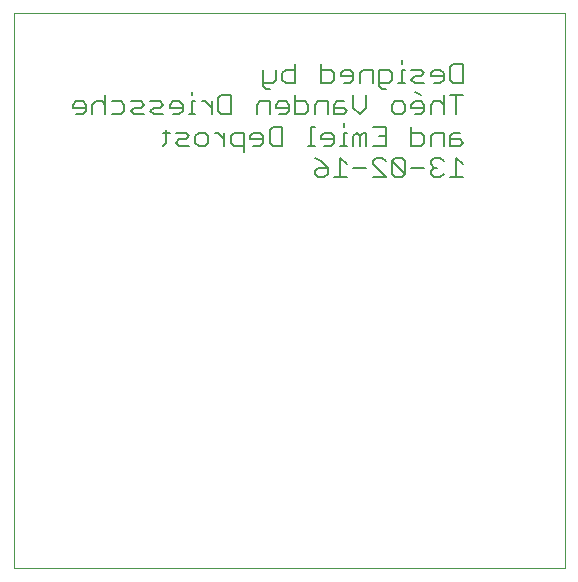
<source format=gbo>
G75*
%MOIN*%
%OFA0B0*%
%FSLAX25Y25*%
%IPPOS*%
%LPD*%
%AMOC8*
5,1,8,0,0,1.08239X$1,22.5*
%
%ADD10C,0.00000*%
%ADD11C,0.00600*%
D10*
X0001800Y0001800D02*
X0001800Y0186761D01*
X0185501Y0186761D01*
X0185501Y0001800D01*
X0001800Y0001800D01*
D11*
X0103179Y0132100D02*
X0102111Y0133168D01*
X0102111Y0134235D01*
X0103179Y0135303D01*
X0106382Y0135303D01*
X0106382Y0133168D01*
X0105314Y0132100D01*
X0103179Y0132100D01*
X0106382Y0135303D02*
X0104246Y0137438D01*
X0102111Y0138505D01*
X0102085Y0142600D02*
X0099949Y0142600D01*
X0101017Y0142600D02*
X0101017Y0149005D01*
X0102085Y0149005D01*
X0104260Y0145803D02*
X0104260Y0144735D01*
X0108530Y0144735D01*
X0108530Y0143668D02*
X0108530Y0145803D01*
X0107462Y0146870D01*
X0105327Y0146870D01*
X0104260Y0145803D01*
X0105327Y0142600D02*
X0107462Y0142600D01*
X0108530Y0143668D01*
X0110692Y0142600D02*
X0112827Y0142600D01*
X0111759Y0142600D02*
X0111759Y0146870D01*
X0112827Y0146870D01*
X0115002Y0145803D02*
X0115002Y0142600D01*
X0117137Y0142600D02*
X0117137Y0145803D01*
X0116070Y0146870D01*
X0115002Y0145803D01*
X0117137Y0145803D02*
X0118205Y0146870D01*
X0119273Y0146870D01*
X0119273Y0142600D01*
X0121448Y0142600D02*
X0125718Y0142600D01*
X0125718Y0149005D01*
X0121448Y0149005D01*
X0123583Y0145803D02*
X0125718Y0145803D01*
X0124650Y0138505D02*
X0122515Y0138505D01*
X0121448Y0137438D01*
X0121448Y0136370D01*
X0125718Y0132100D01*
X0121448Y0132100D01*
X0119273Y0135303D02*
X0115002Y0135303D01*
X0112827Y0136370D02*
X0110692Y0138505D01*
X0110692Y0132100D01*
X0112827Y0132100D02*
X0108557Y0132100D01*
X0111759Y0149005D02*
X0111759Y0150073D01*
X0111759Y0153100D02*
X0108557Y0153100D01*
X0108557Y0156303D01*
X0109624Y0157370D01*
X0111759Y0157370D01*
X0111759Y0155235D02*
X0108557Y0155235D01*
X0106382Y0153100D02*
X0106382Y0157370D01*
X0103179Y0157370D01*
X0102111Y0156303D01*
X0102111Y0153100D01*
X0099936Y0154168D02*
X0099936Y0156303D01*
X0098868Y0157370D01*
X0095666Y0157370D01*
X0095666Y0159505D02*
X0095666Y0153100D01*
X0098868Y0153100D01*
X0099936Y0154168D01*
X0093491Y0154168D02*
X0093491Y0156303D01*
X0092423Y0157370D01*
X0090288Y0157370D01*
X0089220Y0156303D01*
X0089220Y0155235D01*
X0093491Y0155235D01*
X0093491Y0154168D02*
X0092423Y0153100D01*
X0090288Y0153100D01*
X0087045Y0153100D02*
X0087045Y0157370D01*
X0083842Y0157370D01*
X0082775Y0156303D01*
X0082775Y0153100D01*
X0087072Y0147938D02*
X0088139Y0149005D01*
X0091342Y0149005D01*
X0091342Y0142600D01*
X0088139Y0142600D01*
X0087072Y0143668D01*
X0087072Y0147938D01*
X0084897Y0145803D02*
X0083829Y0146870D01*
X0081694Y0146870D01*
X0080626Y0145803D01*
X0080626Y0144735D01*
X0084897Y0144735D01*
X0084897Y0143668D02*
X0084897Y0145803D01*
X0084897Y0143668D02*
X0083829Y0142600D01*
X0081694Y0142600D01*
X0078451Y0142600D02*
X0075248Y0142600D01*
X0074181Y0143668D01*
X0074181Y0145803D01*
X0075248Y0146870D01*
X0078451Y0146870D01*
X0078451Y0140465D01*
X0072006Y0142600D02*
X0072006Y0146870D01*
X0072006Y0144735D02*
X0069870Y0146870D01*
X0068803Y0146870D01*
X0066634Y0145803D02*
X0066634Y0143668D01*
X0065567Y0142600D01*
X0063432Y0142600D01*
X0062364Y0143668D01*
X0062364Y0145803D01*
X0063432Y0146870D01*
X0065567Y0146870D01*
X0066634Y0145803D01*
X0060189Y0145803D02*
X0059121Y0144735D01*
X0056986Y0144735D01*
X0055918Y0143668D01*
X0056986Y0142600D01*
X0060189Y0142600D01*
X0060189Y0145803D02*
X0059121Y0146870D01*
X0055918Y0146870D01*
X0053743Y0146870D02*
X0051608Y0146870D01*
X0052676Y0147938D02*
X0052676Y0143668D01*
X0051608Y0142600D01*
X0051595Y0153100D02*
X0048392Y0153100D01*
X0047324Y0154168D01*
X0048392Y0155235D01*
X0050527Y0155235D01*
X0051595Y0156303D01*
X0050527Y0157370D01*
X0047324Y0157370D01*
X0045149Y0156303D02*
X0044082Y0157370D01*
X0040879Y0157370D01*
X0041947Y0155235D02*
X0044082Y0155235D01*
X0045149Y0156303D01*
X0045149Y0153100D02*
X0041947Y0153100D01*
X0040879Y0154168D01*
X0041947Y0155235D01*
X0038704Y0154168D02*
X0037636Y0153100D01*
X0034433Y0153100D01*
X0032258Y0153100D02*
X0032258Y0159505D01*
X0031191Y0157370D02*
X0029056Y0157370D01*
X0027988Y0156303D01*
X0027988Y0153100D01*
X0025813Y0154168D02*
X0025813Y0156303D01*
X0024745Y0157370D01*
X0022610Y0157370D01*
X0021542Y0156303D01*
X0021542Y0155235D01*
X0025813Y0155235D01*
X0025813Y0154168D02*
X0024745Y0153100D01*
X0022610Y0153100D01*
X0031191Y0157370D02*
X0032258Y0156303D01*
X0034433Y0157370D02*
X0037636Y0157370D01*
X0038704Y0156303D01*
X0038704Y0154168D01*
X0053770Y0155235D02*
X0058040Y0155235D01*
X0058040Y0154168D02*
X0058040Y0156303D01*
X0056973Y0157370D01*
X0054838Y0157370D01*
X0053770Y0156303D01*
X0053770Y0155235D01*
X0054838Y0153100D02*
X0056973Y0153100D01*
X0058040Y0154168D01*
X0060202Y0153100D02*
X0062337Y0153100D01*
X0061270Y0153100D02*
X0061270Y0157370D01*
X0062337Y0157370D01*
X0064506Y0157370D02*
X0065573Y0157370D01*
X0067709Y0155235D01*
X0067709Y0153100D02*
X0067709Y0157370D01*
X0069884Y0158438D02*
X0069884Y0154168D01*
X0070951Y0153100D01*
X0074154Y0153100D01*
X0074154Y0159505D01*
X0070951Y0159505D01*
X0069884Y0158438D01*
X0061270Y0159505D02*
X0061270Y0160573D01*
X0084923Y0162532D02*
X0085991Y0161465D01*
X0087058Y0161465D01*
X0084923Y0162532D02*
X0084923Y0167870D01*
X0089194Y0167870D02*
X0089194Y0164668D01*
X0088126Y0163600D01*
X0084923Y0163600D01*
X0091369Y0164668D02*
X0091369Y0166803D01*
X0092436Y0167870D01*
X0095639Y0167870D01*
X0095639Y0170005D02*
X0095639Y0163600D01*
X0092436Y0163600D01*
X0091369Y0164668D01*
X0104260Y0163600D02*
X0107462Y0163600D01*
X0108530Y0164668D01*
X0108530Y0166803D01*
X0107462Y0167870D01*
X0104260Y0167870D01*
X0104260Y0170005D02*
X0104260Y0163600D01*
X0110705Y0165735D02*
X0114976Y0165735D01*
X0114976Y0164668D02*
X0114976Y0166803D01*
X0113908Y0167870D01*
X0111773Y0167870D01*
X0110705Y0166803D01*
X0110705Y0165735D01*
X0111773Y0163600D02*
X0113908Y0163600D01*
X0114976Y0164668D01*
X0117151Y0163600D02*
X0117151Y0166803D01*
X0118218Y0167870D01*
X0121421Y0167870D01*
X0121421Y0163600D01*
X0123596Y0163600D02*
X0126799Y0163600D01*
X0127867Y0164668D01*
X0127867Y0166803D01*
X0126799Y0167870D01*
X0123596Y0167870D01*
X0123596Y0162532D01*
X0124664Y0161465D01*
X0125731Y0161465D01*
X0130028Y0163600D02*
X0132164Y0163600D01*
X0131096Y0163600D02*
X0131096Y0167870D01*
X0132164Y0167870D01*
X0134339Y0167870D02*
X0137541Y0167870D01*
X0138609Y0166803D01*
X0137541Y0165735D01*
X0135406Y0165735D01*
X0134339Y0164668D01*
X0135406Y0163600D01*
X0138609Y0163600D01*
X0140784Y0165735D02*
X0145055Y0165735D01*
X0145055Y0164668D02*
X0145055Y0166803D01*
X0143987Y0167870D01*
X0141852Y0167870D01*
X0140784Y0166803D01*
X0140784Y0165735D01*
X0141852Y0163600D02*
X0143987Y0163600D01*
X0145055Y0164668D01*
X0147230Y0164668D02*
X0147230Y0168938D01*
X0148297Y0170005D01*
X0151500Y0170005D01*
X0151500Y0163600D01*
X0148297Y0163600D01*
X0147230Y0164668D01*
X0147230Y0159505D02*
X0151500Y0159505D01*
X0149365Y0159505D02*
X0149365Y0153100D01*
X0145055Y0153100D02*
X0145055Y0159505D01*
X0143987Y0157370D02*
X0141852Y0157370D01*
X0140784Y0156303D01*
X0140784Y0153100D01*
X0138609Y0154168D02*
X0138609Y0156303D01*
X0137541Y0157370D01*
X0135406Y0157370D01*
X0134339Y0156303D01*
X0134339Y0155235D01*
X0138609Y0155235D01*
X0138609Y0154168D02*
X0137541Y0153100D01*
X0135406Y0153100D01*
X0132164Y0154168D02*
X0132164Y0156303D01*
X0131096Y0157370D01*
X0128961Y0157370D01*
X0127893Y0156303D01*
X0127893Y0154168D01*
X0128961Y0153100D01*
X0131096Y0153100D01*
X0132164Y0154168D01*
X0134339Y0149005D02*
X0134339Y0142600D01*
X0137541Y0142600D01*
X0138609Y0143668D01*
X0138609Y0145803D01*
X0137541Y0146870D01*
X0134339Y0146870D01*
X0140784Y0145803D02*
X0140784Y0142600D01*
X0140784Y0145803D02*
X0141852Y0146870D01*
X0145055Y0146870D01*
X0145055Y0142600D01*
X0147230Y0142600D02*
X0147230Y0145803D01*
X0148297Y0146870D01*
X0150432Y0146870D01*
X0150432Y0144735D02*
X0147230Y0144735D01*
X0147230Y0142600D02*
X0150432Y0142600D01*
X0151500Y0143668D01*
X0150432Y0144735D01*
X0149365Y0138505D02*
X0149365Y0132100D01*
X0151500Y0132100D02*
X0147230Y0132100D01*
X0145055Y0133168D02*
X0143987Y0132100D01*
X0141852Y0132100D01*
X0140784Y0133168D01*
X0140784Y0134235D01*
X0141852Y0135303D01*
X0142919Y0135303D01*
X0141852Y0135303D02*
X0140784Y0136370D01*
X0140784Y0137438D01*
X0141852Y0138505D01*
X0143987Y0138505D01*
X0145055Y0137438D01*
X0149365Y0138505D02*
X0151500Y0136370D01*
X0138609Y0135303D02*
X0134339Y0135303D01*
X0132164Y0133168D02*
X0132164Y0137438D01*
X0131096Y0138505D01*
X0128961Y0138505D01*
X0127893Y0137438D01*
X0132164Y0133168D01*
X0131096Y0132100D01*
X0128961Y0132100D01*
X0127893Y0133168D01*
X0127893Y0137438D01*
X0125718Y0137438D02*
X0124650Y0138505D01*
X0117137Y0153100D02*
X0115002Y0155235D01*
X0115002Y0159505D01*
X0111759Y0155235D02*
X0112827Y0154168D01*
X0111759Y0153100D01*
X0117137Y0153100D02*
X0119273Y0155235D01*
X0119273Y0159505D01*
X0131096Y0170005D02*
X0131096Y0171073D01*
X0135406Y0160573D02*
X0137541Y0159505D01*
X0143987Y0157370D02*
X0145055Y0156303D01*
M02*

</source>
